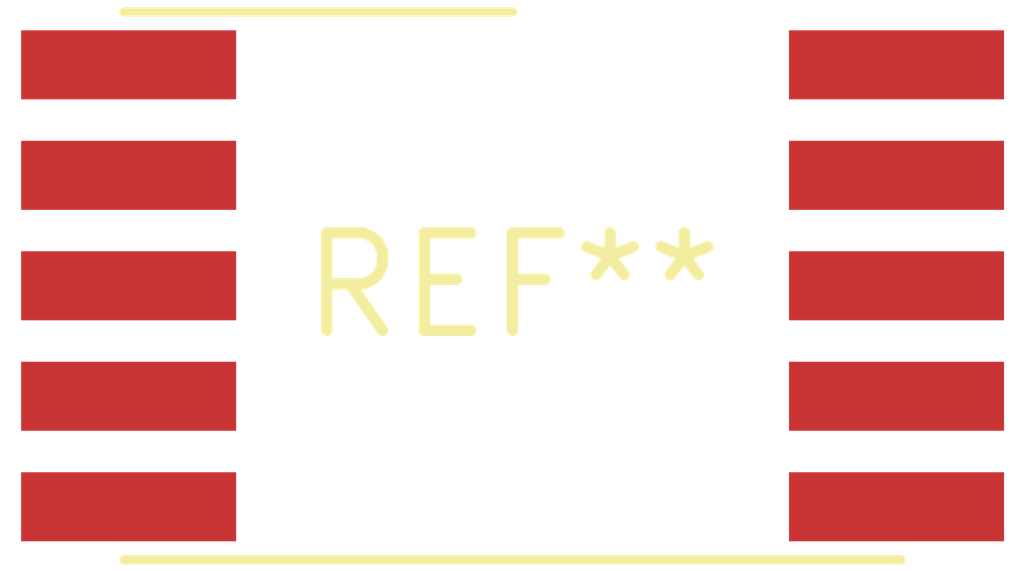
<source format=kicad_pcb>
(kicad_pcb (version 20240108) (generator pcbnew)
  (layers (0 "F.Cu" signal) (31 "B.Cu" signal) (34 "B.Paste" user) (35 "F.Paste" user) (36 "B.SilkS" user "B.Silkscreen") (37 "F.SilkS" user "F.Silkscreen") (38 "B.Mask" user) (39 "F.Mask" user) (44 "Edge.Cuts" user))
  (net 0 "")
  (footprint "KCSC02-105" (layer "F.Cu") (at 0 0)
    (property "Reference" "REF**")
    (property "Value" "KCSC02-105")
    (fp_line (start -5.06 -3.57) (end 0 -3.57) (layer "F.SilkS") (stroke (width 0.12)))
    (fp_line (start 5.06 3.57) (end -5.06 3.57) (layer "F.SilkS") (stroke (width 0.12)))
    (pad "1" smd rect (at -5 -2.88) (size 2.8 0.9) (layers "F.Cu" "F.Paste" "F.Mask"))
    (pad "2" smd rect (at -5 -1.44) (size 2.8 0.9) (layers "F.Cu" "F.Paste" "F.Mask"))
    (pad "3" smd rect (at -5 0) (size 2.8 0.9) (layers "F.Cu" "F.Paste" "F.Mask"))
    (pad "4" smd rect (at -5 1.44) (size 2.8 0.9) (layers "F.Cu" "F.Paste" "F.Mask"))
    (pad "5" smd rect (at -5 2.88) (size 2.8 0.9) (layers "F.Cu" "F.Paste" "F.Mask"))
    (pad "6" smd rect (at 5 2.88) (size 2.8 0.9) (layers "F.Cu" "F.Paste" "F.Mask"))
    (pad "7" smd rect (at 5 1.44) (size 2.8 0.9) (layers "F.Cu" "F.Paste" "F.Mask"))
    (pad "8" smd rect (at 5 0) (size 2.8 0.9) (layers "F.Cu" "F.Paste" "F.Mask"))
    (pad "9" smd rect (at 5 -1.44) (size 2.8 0.9) (layers "F.Cu" "F.Paste" "F.Mask"))
    (pad "10" smd rect (at 5 -2.88) (size 2.8 0.9) (layers "F.Cu" "F.Paste" "F.Mask"))
  )
)
</source>
